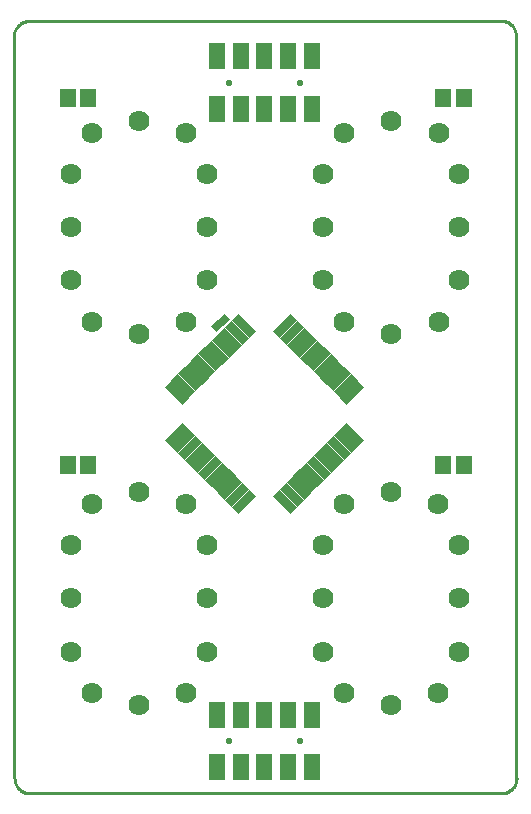
<source format=gbs>
%FSTAX23Y23*%
%MOIN*%
%SFA1B1*%

%IPPOS*%
%AMD27*
4,1,4,0.040300,-0.018100,-0.018100,0.040300,-0.040300,0.018100,0.018100,-0.040300,0.040300,-0.018100,0.0*
%
%AMD28*
4,1,4,-0.018100,-0.040300,0.040300,0.018100,0.018100,0.040300,-0.040300,-0.018100,-0.018100,-0.040300,0.0*
%
%AMD50*
4,1,4,0.020500,0.000600,0.000600,0.020500,-0.020500,-0.000600,-0.000600,-0.020500,0.020500,0.000600,0.0*
%
%ADD14C,0.010000*%
G04~CAMADD=27~9~0.0~0.0~826.8~315.0~0.0~0.0~0~0.0~0.0~0.0~0.0~0~0.0~0.0~0.0~0.0~0~0.0~0.0~0.0~315.0~806.0~805.0*
%ADD27D27*%
G04~CAMADD=28~9~0.0~0.0~826.8~315.0~0.0~0.0~0~0.0~0.0~0.0~0.0~0~0.0~0.0~0.0~0.0~0~0.0~0.0~0.0~225.0~806.0~805.0*
%ADD28D28*%
%ADD29C,0.022840*%
%ADD30C,0.070080*%
%ADD48R,0.051970X0.090750*%
%ADD49R,0.053150X0.064960*%
G04~CAMADD=50~9~0.0~0.0~283.5~299.2~0.0~0.0~0~0.0~0.0~0.0~0.0~0~0.0~0.0~0.0~0.0~0~0.0~0.0~0.0~315.0~410.0~409.0*
%ADD50D50*%
%LNnas-craftsman_nixie_base_v1_1-1*%
%LPD*%
G54D14*
X17704Y00331D02*
D01*
X17705Y00327*
X17705Y00324*
X17706Y0032*
X17706Y00317*
X17707Y00314*
X17709Y00311*
X1771Y00307*
X17712Y00304*
X17714Y00301*
X17716Y00299*
X17718Y00296*
X17721Y00294*
X17724Y00291*
X17726Y00289*
X17729Y00288*
X17733Y00286*
X17736Y00284*
X17739Y00283*
X17742Y00282*
X17746Y00282*
X17749Y00281*
X17753Y00281*
X17754Y00281*
X17753Y02855D02*
D01*
X17749Y02855*
X17746Y02855*
X17743Y02854*
X17739Y02853*
X17736Y02852*
X17733Y02851*
X1773Y02849*
X17726Y02848*
X17724Y02846*
X17721Y02843*
X17718Y02841*
X17716Y02839*
X17714Y02836*
X17712Y02833*
X1771Y0283*
X17708Y02827*
X17707Y02824*
X17705Y02821*
X17704Y02817*
X17704Y02814*
X17703Y0281*
X17703Y02807*
X17703Y02805*
X19376D02*
D01*
X19376Y02809*
X19376Y02812*
X19375Y02815*
X19374Y02819*
X19373Y02822*
X19372Y02825*
X1937Y02829*
X19369Y02832*
X19367Y02834*
X19365Y02837*
X19362Y0284*
X1936Y02842*
X19357Y02845*
X19354Y02847*
X19351Y02848*
X19348Y0285*
X19345Y02851*
X19342Y02853*
X19338Y02854*
X19335Y02854*
X19331Y02855*
X19328Y02855*
X19326Y02855*
X19328Y00281D02*
D01*
X19331Y00281*
X19335Y00281*
X19338Y00282*
X19342Y00283*
X19345Y00284*
X19348Y00285*
X19351Y00287*
X19354Y00288*
X19357Y0029*
X1936Y00293*
X19362Y00295*
X19365Y00297*
X19367Y003*
X19369Y00303*
X19371Y00306*
X19373Y00309*
X19374Y00312*
X19375Y00315*
X19376Y00319*
X19377Y00322*
X19377Y00326*
X19378Y00329*
X19378Y00331*
X17935Y00281D02*
X19132D01*
X1794Y02855D02*
X19134D01*
X17753D02*
X19326D01*
X17754Y00281D02*
X19328D01*
X17703Y00334D02*
Y02805D01*
X19376Y00328D02*
Y02809D01*
G54D27*
X18468Y01838D03*
X18446Y01816D03*
X18423Y01793D03*
X18401Y01771D03*
X18379Y01749D03*
X18357Y01727D03*
X18334Y01704D03*
X18312Y01682D03*
X1829Y0166D03*
X18267Y01638D03*
X18245Y01615D03*
X18607Y01253D03*
X18629Y01276D03*
X18652Y01298D03*
X18674Y0132D03*
X18696Y01342D03*
X18718Y01365D03*
X18741Y01387D03*
X18763Y01409D03*
X18785Y01432D03*
X18808Y01454D03*
X1883Y01476D03*
G54D28*
X1883Y01615D03*
X18808Y01638D03*
X18785Y0166D03*
X18763Y01682D03*
X18741Y01704D03*
X18718Y01727D03*
X18696Y01749D03*
X18674Y01771D03*
X18652Y01793D03*
X18629Y01816D03*
X18607Y01838D03*
X18245Y01476D03*
X18267Y01454D03*
X1829Y01432D03*
X18312Y01409D03*
X18334Y01387D03*
X18357Y01365D03*
X18379Y01342D03*
X18401Y0132D03*
X18423Y01298D03*
X18446Y01276D03*
X18468Y01253D03*
G54D29*
X18419Y00455D03*
X18655D03*
Y02649D03*
X18419D03*
G54D30*
X18277Y02483D03*
X18346Y02345D03*
Y02168D03*
Y0199D03*
X18277Y01853D03*
X18119Y01813D03*
X17962Y01853D03*
X17893Y0199D03*
Y02168D03*
Y02345D03*
X17962Y02483D03*
X18119Y02522D03*
X19118Y02483D03*
X19187Y02345D03*
Y02168D03*
Y0199D03*
X19118Y01853D03*
X1896Y01813D03*
X18803Y01853D03*
X18734Y0199D03*
Y02168D03*
Y02345D03*
X18803Y02483D03*
X1896Y02522D03*
X19117Y01245D03*
X19186Y01107D03*
Y0093D03*
Y00753D03*
X19117Y00615D03*
X1896Y00576D03*
X18802Y00615D03*
X18733Y00753D03*
Y0093D03*
Y01107D03*
X18802Y01245D03*
X1896Y01284D03*
X18277Y01245D03*
X18346Y01107D03*
Y0093D03*
Y00753D03*
X18277Y00615D03*
X18119Y00576D03*
X17962Y00615D03*
X17893Y00753D03*
Y0093D03*
Y01107D03*
X17962Y01245D03*
X18119Y01284D03*
G54D48*
X18695Y00542D03*
X18616D03*
X18537D03*
X18458D03*
X1838D03*
Y00367D03*
X18458D03*
X18537D03*
X18616Y00367D03*
X18695Y00367D03*
X1838Y02561D03*
X18458D03*
X18537D03*
X18616D03*
X18695D03*
Y02737D03*
X18616D03*
X18537D03*
X18458Y02737D03*
X1838Y02737D03*
G54D49*
X17881Y02597D03*
X1795D03*
X17881Y01376D03*
X1795D03*
X19201D03*
X19132D03*
X19201Y02597D03*
X19132D03*
G54D50*
X1838Y01838D03*
X18402Y01859D03*
M02*
</source>
